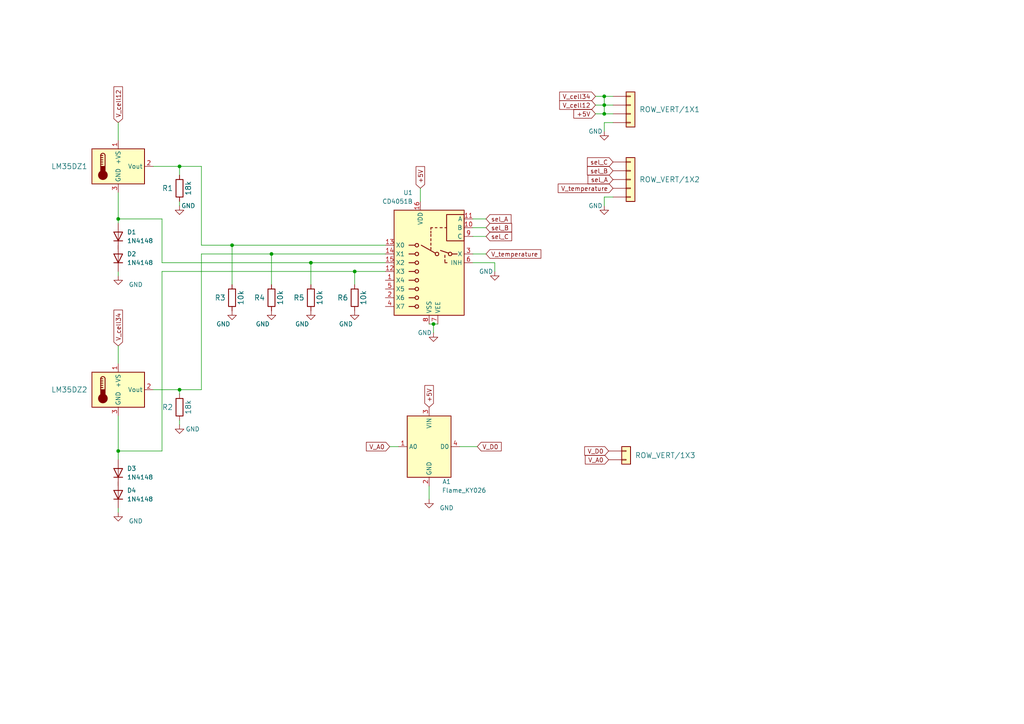
<source format=kicad_sch>
(kicad_sch (version 20230121) (generator eeschema)
  (paper "A4")
  (lib_symbols
    (symbol "Analog_Switch:CD4051B"
      (property "Reference" "U" (at -10.16 16.51 0))
      (property "Value" "CD4051B" (at 3.81 16.51 0))
      (symbol "CD4051B_0_1"
        (rectangle (start -10.16 6.35) (end -5.08 13.97) (stroke (width 0.254)))
        (rectangle (start -10.16 15.24) (end 10.16 -15.24) (stroke (width 0.254)) (fill (type background)))
        (circle (center -6.096 2.54) (radius 0.508) (stroke (width 0.254)))
        (circle (center -2.286 2.54) (radius 0.508) (stroke (width 0.254)))
        (polyline (pts (xy -8.128 2.54) (xy -6.604 2.54)) (stroke (width 0.254)))
        (polyline (pts (xy -5.588 2.794) (xy -3.302 3.556)) (stroke (width 0.254)))
        (polyline (pts (xy -4.572 0) (xy -5.207 0)) (stroke (width 0.254)))
        (polyline (pts (xy -4.572 0.254) (xy -4.572 0.889)) (stroke (width 0.254)))
        (polyline (pts (xy -4.572 1.524) (xy -4.572 2.159)) (stroke (width 0.254)))
        (polyline (pts (xy -4.572 10.16) (xy -5.08 10.16)) (stroke (width 0.254)))
        (polyline (pts (xy -3.81 10.16) (xy -3.175 10.16)) (stroke (width 0.254)))
        (polyline (pts (xy -1.778 2.794) (xy 2.286 5.08)) (stroke (width 0.254)))
        (polyline (pts (xy -1.778 10.16) (xy -2.286 10.16)) (stroke (width 0.254)))
        (polyline (pts (xy -0.508 3.81) (xy -0.508 4.445)) (stroke (width 0.254)))
        (polyline (pts (xy -0.508 5.08) (xy -0.508 5.715)) (stroke (width 0.254)))
        (polyline (pts (xy -0.508 6.35) (xy -0.508 6.985)) (stroke (width 0.254)))
        (polyline (pts (xy -0.508 7.62) (xy -0.508 8.255)) (stroke (width 0.254)))
        (polyline (pts (xy -0.508 8.636) (xy -0.508 9.144)) (stroke (width 0.254)))
        (polyline (pts (xy -0.508 9.652) (xy -0.508 10.16)) (stroke (width 0.254)))
        (polyline (pts (xy -0.508 10.16) (xy -1.016 10.16)) (stroke (width 0.254)))
        (polyline (pts (xy 4.064 -12.7) (xy 5.842 -12.7)) (stroke (width 0.254)))
        (polyline (pts (xy 4.064 -10.16) (xy 5.842 -10.16)) (stroke (width 0.254)))
        (polyline (pts (xy 4.064 -7.62) (xy 5.842 -7.62)) (stroke (width 0.254)))
        (polyline (pts (xy 4.064 -5.08) (xy 5.842 -5.08)) (stroke (width 0.254)))
        (polyline (pts (xy 4.064 -2.54) (xy 5.842 -2.54)) (stroke (width 0.254)))
        (polyline (pts (xy 4.064 0) (xy 5.842 0)) (stroke (width 0.254)))
        (polyline (pts (xy 4.064 2.54) (xy 5.842 2.54)) (stroke (width 0.254)))
        (polyline (pts (xy 4.064 5.08) (xy 5.842 5.08)) (stroke (width 0.254)))
        (circle (center 3.556 -12.7) (radius 0.508) (stroke (width 0.254)))
        (circle (center 3.556 -10.16) (radius 0.508) (stroke (width 0.254)))
        (circle (center 3.556 -7.62) (radius 0.508) (stroke (width 0.254)))
        (circle (center 3.556 -5.08) (radius 0.508) (stroke (width 0.254)))
        (circle (center 3.556 -2.54) (radius 0.508) (stroke (width 0.254)))
        (circle (center 3.556 0) (radius 0.508) (stroke (width 0.254)))
        (circle (center 3.556 2.54) (radius 0.508) (stroke (width 0.254)))
        (circle (center 3.556 5.08) (radius 0.508) (stroke (width 0.254)))
      )
      (symbol "CD4051B_1_1"
        (pin bidirectional line (at 12.7 -5.08 180) (length 2.54) (name "X4") (number "1"))
        (pin input line (at -12.7 10.16 0) (length 2.54) (name "B") (number "10"))
        (pin input line (at -12.7 12.7 0) (length 2.54) (name "A") (number "11"))
        (pin bidirectional line (at 12.7 -2.54 180) (length 2.54) (name "X3") (number "12"))
        (pin bidirectional line (at 12.7 5.08 180) (length 2.54) (name "X0") (number "13"))
        (pin bidirectional line (at 12.7 2.54 180) (length 2.54) (name "X1") (number "14"))
        (pin bidirectional line (at 12.7 0 180) (length 2.54) (name "X2") (number "15"))
        (pin power_in line (at 2.54 17.78 270) (length 2.54) (name "VDD") (number "16"))
        (pin bidirectional line (at 12.7 -10.16 180) (length 2.54) (name "X6") (number "2"))
        (pin bidirectional line (at -12.7 2.54 0) (length 2.54) (name "X") (number "3"))
        (pin bidirectional line (at 12.7 -12.7 180) (length 2.54) (name "X7") (number "4"))
        (pin bidirectional line (at 12.7 -7.62 180) (length 2.54) (name "X5") (number "5"))
        (pin input line (at -12.7 0 0) (length 2.54) (name "INH") (number "6"))
        (pin power_in line (at -2.54 -17.78 90) (length 2.54) (name "VEE") (number "7"))
        (pin power_in line (at 0 -17.78 90) (length 2.54) (name "VSS") (number "8"))
        (pin input line (at -12.7 7.62 0) (length 2.54) (name "C") (number "9"))
      )
    )
    (symbol "Diode:1N4148" (pin_numbers hide) (pin_names hide)
      (property "Reference" "D" (at 0 2.54 0))
      (property "Value" "1N4148" (at 0 -2.54 0))
      (symbol "1N4148_0_1"
        (polyline (pts (xy -1.27 1.27) (xy -1.27 -1.27)) (stroke (width 0.254)))
        (polyline (pts (xy 1.27 0) (xy -1.27 0)))
        (polyline (pts (xy 1.27 1.27) (xy 1.27 -1.27) (xy -1.27 0) (xy 1.27 1.27)) (stroke (width 0.254)))
      )
      (symbol "1N4148_1_1"
        (pin passive line (at -3.81 0 0) (length 2.54) (name "K") (number "1"))
        (pin passive line (at 3.81 0 180) (length 2.54) (name "A") (number "2"))
      )
    )
    (symbol "Flame KY026:Pololu_2098"
      (property "Reference" "A1" (at 5.08 -10.16 0))
      (property "Value" "Flame_KY026" (at 10.16 -12.7 0))
      (symbol "Pololu_2098_1_1"
        (rectangle (start -6.35 8.89) (end 6.35 -8.89) (stroke (width 0.254)) (fill (type background)))
        (pin output line (at -8.89 0 0) (length 2.54) (name "A0") (number "1"))
        (pin power_in line (at 0 -11.43 90) (length 2.54) (name "GND") (number "2"))
        (pin power_in line (at 0 11.43 270) (length 2.54) (name "VIN") (number "3"))
        (pin output line (at 8.89 0 180) (length 2.54) (name "D0") (number "4"))
      )
    )
    (symbol "VAMK_CON:ROW_VERT_1X2" (pin_numbers hide) (pin_names (offset 0) hide)
      (property "Reference" "ROW_VERT/1X2" (at 15.24 5.08 0))
      (symbol "ROW_VERT_1X2_1_1"
        (rectangle (start -1.27 -2.413) (end 0 -2.667) (stroke (width 0.1524)))
        (rectangle (start -1.27 0.127) (end 0 -0.127) (stroke (width 0.1524)))
        (rectangle (start -1.27 1.27) (end 1.27 -3.81) (stroke (width 0.254)) (fill (type background)))
        (pin passive line (at -5.08 0 0) (length 3.81) (name "Pin_1") (number "1"))
        (pin passive line (at -5.08 -2.54 0) (length 3.81) (name "Pin_2") (number "2"))
      )
    )
    (symbol "VAMK_CON:ROW_VERT_1X4" (pin_numbers hide) (pin_names (offset 0) hide)
      (property "Reference" "ROW_VERT/1X4" (at 12.7 5.08 0))
      (symbol "ROW_VERT_1X4_1_1"
        (rectangle (start -1.27 -4.953) (end 0 -5.207) (stroke (width 0.1524)))
        (rectangle (start -1.27 -2.413) (end 0 -2.667) (stroke (width 0.1524)))
        (rectangle (start -1.27 0.127) (end 0 -0.127) (stroke (width 0.1524)))
        (rectangle (start -1.27 2.667) (end 0 2.413) (stroke (width 0.1524)))
        (rectangle (start -1.27 3.81) (end 1.27 -6.35) (stroke (width 0.254)) (fill (type background)))
        (pin passive line (at -5.08 2.54 0) (length 3.81) (name "Pin_1") (number "1"))
        (pin passive line (at -5.08 0 0) (length 3.81) (name "Pin_2") (number "2"))
        (pin passive line (at -5.08 -2.54 0) (length 3.81) (name "Pin_3") (number "3"))
        (pin passive line (at -5.08 -5.08 0) (length 3.81) (name "Pin_4") (number "4"))
      )
    )
    (symbol "VAMK_CON:ROW_VERT_1X5" (pin_numbers hide) (pin_names (offset 0) hide)
      (property "Reference" "ROW_VERT/1X5" (at 12.7 5.08 0))
      (symbol "ROW_VERT_1X5_1_1"
        (rectangle (start -1.27 -4.953) (end 0 -5.207) (stroke (width 0.1524)))
        (rectangle (start -1.27 -2.413) (end 0 -2.667) (stroke (width 0.1524)))
        (rectangle (start -1.27 0.127) (end 0 -0.127) (stroke (width 0.1524)))
        (rectangle (start -1.27 2.667) (end 0 2.413) (stroke (width 0.1524)))
        (rectangle (start -1.27 5.207) (end 0 4.953) (stroke (width 0.1524)))
        (rectangle (start -1.27 6.35) (end 1.27 -6.35) (stroke (width 0.254)) (fill (type background)))
        (pin passive line (at -5.08 5.08 0) (length 3.81) (name "Pin_1") (number "1"))
        (pin passive line (at -5.08 2.54 0) (length 3.81) (name "Pin_2") (number "2"))
        (pin passive line (at -5.08 0 0) (length 3.81) (name "Pin_3") (number "3"))
        (pin passive line (at -5.08 -2.54 0) (length 3.81) (name "Pin_4") (number "4"))
        (pin passive line (at -5.08 -5.08 0) (length 3.81) (name "Pin_5") (number "5"))
      )
    )
    (symbol "VAMK_IC:LM35DZ_TO92"
      (property "Reference" "LM35DZ" (at 25.4 7.62 0))
      (symbol "LM35DZ_TO92_1_1"
        (rectangle (start -7.62 5.08) (end 7.62 -5.08) (stroke (width 0.254)) (fill (type background)))
        (circle (center -4.445 -2.54) (radius 1.27) (stroke (width 0.254)) (fill (type outline)))
        (rectangle (start -3.81 -1.905) (end -5.08 0) (stroke (width 0.254)) (fill (type outline)))
        (arc (start -3.81 3.175) (mid -4.445 3.8073) (end -5.08 3.175) (stroke (width 0.254)))
        (polyline (pts (xy -5.08 0.635) (xy -4.445 0.635)) (stroke (width 0.254)))
        (polyline (pts (xy -5.08 1.27) (xy -4.445 1.27)) (stroke (width 0.254)))
        (polyline (pts (xy -5.08 1.905) (xy -4.445 1.905)) (stroke (width 0.254)))
        (polyline (pts (xy -5.08 2.54) (xy -4.445 2.54)) (stroke (width 0.254)))
        (polyline (pts (xy -5.08 3.175) (xy -5.08 0)) (stroke (width 0.254)))
        (polyline (pts (xy -5.08 3.175) (xy -4.445 3.175)) (stroke (width 0.254)))
        (polyline (pts (xy -3.81 3.175) (xy -3.81 0)) (stroke (width 0.254)))
        (pin power_in line (at 0 7.62 270) (length 2.54) (name "+VS") (number "1"))
        (pin output line (at 10.16 0 180) (length 2.54) (name "Vout") (number "2"))
        (pin power_in line (at 0 -7.62 90) (length 2.54) (name "GND") (number "3"))
      )
    )
    (symbol "VAMK_R:10k" (pin_numbers hide) (pin_names (offset 0) hide)
      (property "Reference" "R" (at 0 0 0))
      (symbol "10k_1_1"
        (rectangle (start 2.54 -1.016) (end -2.54 1.016) (stroke (width 0.254)))
        (pin passive line (at -3.81 0 0) (length 1.27) (name "~") (number "1"))
        (pin passive line (at 3.81 0 180) (length 1.27) (name "~") (number "2"))
      )
    )
    (symbol "VAMK_R:18k" (pin_numbers hide) (pin_names (offset 0) hide)
      (property "Reference" "R" (at 0 0 0))
      (symbol "18k_1_1"
        (rectangle (start 2.54 -1.016) (end -2.54 1.016) (stroke (width 0.254)))
        (pin passive line (at -3.81 0 0) (length 1.27) (name "~") (number "1"))
        (pin passive line (at 3.81 0 180) (length 1.27) (name "~") (number "2"))
      )
    )
    (symbol "power:GND" (power) (pin_names (offset 0))
      (property "Value" "GND" (at 0 -3.81 0))
      (symbol "GND_0_1"
        (polyline (pts (xy 0 0) (xy 0 -1.27) (xy 1.27 -1.27) (xy 0 -2.54) (xy -1.27 -1.27) (xy 0 -1.27)))
      )
      (symbol "GND_1_1"
        (pin power_in line (at 0 0 270) (length 0) hide (name "GND") (number "1"))
      )
    )
  )
  (junction (at 125.73 93.98))
  (junction (at 67.31 71.12))
  (junction (at 175.26 27.94))
  (junction (at 175.26 30.48))
  (junction (at 175.26 33.02))
  (junction (at 78.74 73.66))
  (junction (at 34.29 63.5))
  (junction (at 52.07 113.03))
  (junction (at 90.17 76.2))
  (junction (at 52.07 48.26))
  (junction (at 102.87 78.74))
  (junction (at 34.29 130.81))
  (wire (pts (xy 52.07 58.42) (xy 52.07 59.69)))
  (wire (pts (xy 34.29 63.5) (xy 34.29 64.77)))
  (wire (pts (xy 102.87 78.74) (xy 102.87 82.55)))
  (wire (pts (xy 52.07 121.92) (xy 52.07 123.19)))
  (wire (pts (xy 121.92 58.42) (xy 121.92 54.61)))
  (wire (pts (xy 58.42 73.66) (xy 78.74 73.66)))
  (wire (pts (xy 67.31 71.12) (xy 111.76 71.12)))
  (wire (pts (xy 34.29 63.5) (xy 46.99 63.5)))
  (wire (pts (xy 46.99 130.81) (xy 34.29 130.81)))
  (wire (pts (xy 102.87 78.74) (xy 111.76 78.74)))
  (wire (pts (xy 78.74 73.66) (xy 78.74 82.55)))
  (wire (pts (xy 34.29 120.65) (xy 34.29 130.81)))
  (wire (pts (xy 172.72 27.94) (xy 175.26 27.94)))
  (wire (pts (xy 46.99 78.74) (xy 102.87 78.74)))
  (wire (pts (xy 143.51 76.2) (xy 143.51 78.74)))
  (wire (pts (xy 124.46 140.97) (xy 124.46 144.78)))
  (wire (pts (xy 125.73 93.98) (xy 127 93.98)))
  (wire (pts (xy 175.26 27.94) (xy 175.26 30.48)))
  (wire (pts (xy 113.03 129.54) (xy 115.57 129.54)))
  (wire (pts (xy 58.42 71.12) (xy 67.31 71.12)))
  (wire (pts (xy 52.07 48.26) (xy 58.42 48.26)))
  (wire (pts (xy 52.07 113.03) (xy 58.42 113.03)))
  (wire (pts (xy 34.29 71.12) (xy 34.29 72.39)))
  (wire (pts (xy 137.16 73.66) (xy 140.97 73.66)))
  (wire (pts (xy 34.29 147.32) (xy 34.29 148.59)))
  (wire (pts (xy 133.35 129.54) (xy 138.43 129.54)))
  (wire (pts (xy 58.42 48.26) (xy 58.42 71.12)))
  (wire (pts (xy 46.99 78.74) (xy 46.99 130.81)))
  (wire (pts (xy 175.26 57.15) (xy 177.8 57.15)))
  (wire (pts (xy 46.99 76.2) (xy 90.17 76.2)))
  (wire (pts (xy 124.46 93.98) (xy 125.73 93.98)))
  (wire (pts (xy 52.07 113.03) (xy 52.07 114.3)))
  (wire (pts (xy 137.16 76.2) (xy 143.51 76.2)))
  (wire (pts (xy 90.17 76.2) (xy 90.17 82.55)))
  (wire (pts (xy 175.26 30.48) (xy 175.26 33.02)))
  (wire (pts (xy 175.26 35.56) (xy 177.8 35.56)))
  (wire (pts (xy 125.73 93.98) (xy 125.73 96.52)))
  (wire (pts (xy 46.99 63.5) (xy 46.99 76.2)))
  (wire (pts (xy 34.29 78.74) (xy 34.29 80.01)))
  (wire (pts (xy 175.26 33.02) (xy 177.8 33.02)))
  (wire (pts (xy 90.17 76.2) (xy 111.76 76.2)))
  (wire (pts (xy 172.72 30.48) (xy 175.26 30.48)))
  (wire (pts (xy 137.16 66.04) (xy 140.97 66.04)))
  (wire (pts (xy 175.26 38.1) (xy 175.26 35.56)))
  (wire (pts (xy 44.45 113.03) (xy 52.07 113.03)))
  (wire (pts (xy 137.16 68.58) (xy 140.97 68.58)))
  (wire (pts (xy 34.29 130.81) (xy 34.29 133.35)))
  (wire (pts (xy 34.29 100.33) (xy 34.29 105.41)))
  (wire (pts (xy 175.26 30.48) (xy 177.8 30.48)))
  (wire (pts (xy 137.16 63.5) (xy 140.97 63.5)))
  (wire (pts (xy 52.07 48.26) (xy 52.07 50.8)))
  (wire (pts (xy 34.29 35.56) (xy 34.29 40.64)))
  (wire (pts (xy 34.29 139.7) (xy 34.29 140.97)))
  (wire (pts (xy 78.74 73.66) (xy 111.76 73.66)))
  (wire (pts (xy 34.29 55.88) (xy 34.29 63.5)))
  (wire (pts (xy 172.72 33.02) (xy 175.26 33.02)))
  (wire (pts (xy 58.42 113.03) (xy 58.42 73.66)))
  (wire (pts (xy 175.26 59.69) (xy 175.26 57.15)))
  (wire (pts (xy 175.26 27.94) (xy 177.8 27.94)))
  (wire (pts (xy 44.45 48.26) (xy 52.07 48.26)))
  (wire (pts (xy 67.31 71.12) (xy 67.31 82.55)))
  (global_label "V_cell34" (shape input) (at 172.72 27.94 180) (property "Intersheetrefs" "${INTERSHEET_REFS}" (effects hide)))
  (global_label "sel_C" (shape input) (at 177.8 46.99 180) (property "Intersheetrefs" "${INTERSHEET_REFS}" (effects hide)))
  (global_label "V_cell12" (shape input) (at 34.29 35.56 90) (property "Intersheetrefs" "${INTERSHEET_REFS}" (effects hide)))
  (global_label "sel_B" (shape input) (at 177.8 49.53 180) (property "Intersheetrefs" "${INTERSHEET_REFS}" (effects hide)))
  (global_label "+5V" (shape input) (at 172.72 33.02 180) (property "Intersheetrefs" "${INTERSHEET_REFS}" (effects hide)))
  (global_label "sel_C" (shape input) (at 140.97 68.58 0) (property "Intersheetrefs" "${INTERSHEET_REFS}" (effects hide)))
  (global_label "V_cell12" (shape input) (at 172.72 30.48 180) (property "Intersheetrefs" "${INTERSHEET_REFS}" (effects hide)))
  (global_label "V_temperature" (shape input) (at 140.97 73.66 0) (property "Intersheetrefs" "${INTERSHEET_REFS}" (effects hide)))
  (global_label "V_A0" (shape input) (at 176.53 133.35 180) (property "Intersheetrefs" "${INTERSHEET_REFS}" (effects hide)))
  (global_label "V_D0" (shape input) (at 176.53 130.81 180) (property "Intersheetrefs" "${INTERSHEET_REFS}" (effects hide)))
  (global_label "sel_A" (shape input) (at 140.97 63.5 0) (property "Intersheetrefs" "${INTERSHEET_REFS}" (effects hide)))
  (global_label "V_cell34" (shape input) (at 34.29 100.33 90) (property "Intersheetrefs" "${INTERSHEET_REFS}" (effects hide)))
  (global_label "V_temperature" (shape input) (at 177.8 54.61 180) (property "Intersheetrefs" "${INTERSHEET_REFS}" (effects hide)))
  (global_label "V_D0" (shape input) (at 138.43 129.54 0) (property "Intersheetrefs" "${INTERSHEET_REFS}" (effects hide)))
  (global_label "sel_B" (shape input) (at 140.97 66.04 0) (property "Intersheetrefs" "${INTERSHEET_REFS}" (effects hide)))
  (global_label "+5V" (shape input) (at 121.92 54.61 90) (property "Intersheetrefs" "${INTERSHEET_REFS}" (effects hide)))
  (global_label "sel_A" (shape input) (at 177.8 52.07 180) (property "Intersheetrefs" "${INTERSHEET_REFS}" (effects hide)))
  (global_label "V_A0" (shape input) (at 113.03 129.54 180) (property "Intersheetrefs" "${INTERSHEET_REFS}" (effects hide)))
  (global_label "+5V" (shape input) (at 124.46 118.11 90) (property "Intersheetrefs" "${INTERSHEET_REFS}" (effects hide)))
  (symbol (lib_id "VAMK_R:18k") (at 52.07 118.11 90) (unit 1)
    (property "Reference" "R2" (at 46.99 118.11 90) (effects (font (size 1.524 1.524)) (justify right)))
    (property "Value" "18k" (at 54.61 118.11 0) (effects (font (size 1.524 1.524))))
    (property "Footprint" "VAMK_R:R3_5W" (effects hide))
    (property "Datasheet" "\"\"" (effects hide))
    (property "Storing Location" " 1.9.3.1" (effects hide))
    (property "Tolerance" "+-1%" (effects hide))
    (property "Order Number Elfa" "60-736-96" (effects hide))
    (property "Order Number Farnell" "9465030" (effects hide))
    (property "Blank Field" "none" (effects hide))
  )
  (symbol (lib_id "power:GND") (at 34.29 80.01 0) (unit 1)
    (property "Reference" "#PWR01" (effects hide))
    (property "Value" "GND" (at 39.37 82.55 0))
  )
  (symbol (lib_id "power:GND") (at 52.07 59.69 0) (unit 1)
    (property "Reference" "#PWR03" (effects hide))
    (property "Value" "GND" (at 54.61 59.69 0))
  )
  (symbol (lib_id "VAMK_IC:LM35DZ_TO92") (at 34.29 113.03 0) (unit 1)
    (property "Reference" "LM35DZ2" (at 25.4 113.03 0) (effects (font (size 1.524 1.524)) (justify right)))
    (property "Value" "LM35DZ_TO92" (effects hide))
    (property "Footprint" "VAMK_IC:TO-92" (effects hide))
    (property "Datasheet" "\"\"" (effects hide))
    (property "Storing Location" "3.7.3.1" (effects hide))
    (property "Order Number Elfa" "73-090-57" (effects hide))
  )
  (symbol (lib_id "VAMK_R:10k") (at 90.17 86.36 90) (unit 1)
    (property "Reference" "R5" (at 85.09 86.36 90) (effects (font (size 1.524 1.524)) (justify right)))
    (property "Value" "10k" (at 92.71 86.36 0) (effects (font (size 1.524 1.524))))
    (property "Footprint" "VAMK_R:R3_5W" (effects hide))
    (property "Datasheet" "\"\"" (effects hide))
    (property "Storing Location" " 1.9.1.1" (effects hide))
    (property "Tolerance" "+-1%" (effects hide))
    (property "Order Number Elfa" "60-734-23" (effects hide))
    (property "Order Number Farnell" "9463976" (effects hide))
    (property "Blank Field" "none" (effects hide))
  )
  (symbol (lib_id "Diode:1N4148") (at 34.29 137.16 90) (unit 1)
    (property "Reference" "D3" (at 36.83 135.89 90) (effects (justify right)))
    (property "Value" "1N4148" (at 36.83 138.43 90) (effects (justify right)))
    (property "Footprint" "Diode_THT:D_DO-35_SOD27_P7.62mm_Horizontal" (effects hide))
    (property "Datasheet" "https://assets.nexperia.com/documents/data-sheet/1N4148_1N4448.pdf" (effects hide))
    (property "Sim.Device" "D" (effects hide))
    (property "Sim.Pins" "1=K 2=A" (effects hide))
  )
  (symbol (lib_id "power:GND") (at 52.07 123.19 0) (unit 1)
    (property "Reference" "#PWR04" (effects hide))
    (property "Value" "GND" (at 55.88 124.46 0))
  )
  (symbol (lib_id "VAMK_CON:ROW_VERT_1X4") (at 182.88 30.48 0) (unit 1)
    (property "Reference" "ROW_VERT/1X1" (at 185.42 31.75 0) (effects (font (size 1.524 1.524)) (justify left)))
    (property "Value" "ROW_VERT_1X4" (effects hide))
    (property "Footprint" "VAMK_CON:ROW_VERT_1x4" (effects hide))
    (property "Datasheet" "\"\"" (effects hide))
    (property "Storing Location" "3.10.1.X" (effects hide))
    (property "Order Number Elfa" "43-702-19" (effects hide))
    (property "Order Numer Farnell" "329-1807" (effects hide))
  )
  (symbol (lib_id "power:GND") (at 78.74 90.17 0) (unit 1)
    (property "Reference" "#PWR010" (effects hide))
    (property "Value" "GND" (at 76.2 93.98 0))
  )
  (symbol (lib_id "power:GND") (at 124.46 144.78 0) (unit 1)
    (property "Reference" "#PWR08" (effects hide))
    (property "Value" "GND" (at 129.54 147.32 0))
  )
  (symbol (lib_id "VAMK_IC:LM35DZ_TO92") (at 34.29 48.26 0) (unit 1)
    (property "Reference" "LM35DZ1" (at 25.4 48.26 0) (effects (font (size 1.524 1.524)) (justify right)))
    (property "Value" "LM35DZ_TO92" (effects hide))
    (property "Footprint" "VAMK_IC:TO-92" (effects hide))
    (property "Datasheet" "\"\"" (effects hide))
    (property "Storing Location" "3.7.3.1" (effects hide))
    (property "Order Number Elfa" "73-090-57" (effects hide))
  )
  (symbol (lib_id "power:GND") (at 143.51 78.74 0) (unit 1)
    (property "Reference" "#PWR05" (effects hide))
    (property "Value" "GND" (at 140.97 78.74 0))
  )
  (symbol (lib_id "Diode:1N4148") (at 34.29 143.51 90) (unit 1)
    (property "Reference" "D4" (at 36.83 142.24 90) (effects (justify right)))
    (property "Value" "1N4148" (at 36.83 144.78 90) (effects (justify right)))
    (property "Footprint" "Diode_THT:D_DO-35_SOD27_P7.62mm_Horizontal" (effects hide))
    (property "Datasheet" "https://assets.nexperia.com/documents/data-sheet/1N4148_1N4448.pdf" (effects hide))
    (property "Sim.Device" "D" (effects hide))
    (property "Sim.Pins" "1=K 2=A" (effects hide))
  )
  (symbol (lib_id "power:GND") (at 175.26 38.1 0) (unit 1)
    (property "Reference" "#PWR013" (effects hide))
    (property "Value" "GND" (at 172.72 38.1 0))
  )
  (symbol (lib_id "VAMK_CON:ROW_VERT_1X5") (at 182.88 52.07 0) (unit 1)
    (property "Reference" "ROW_VERT/1X2" (at 185.42 52.07 0) (effects (font (size 1.524 1.524)) (justify left)))
    (property "Value" "ROW_VERT_1X5" (effects hide))
    (property "Footprint" "VAMK_CON:ROW_VERT_1x5" (effects hide))
    (property "Datasheet" "\"\"" (effects hide))
    (property "Storing Location" "3.10.1.X" (effects hide))
    (property "Order Number Elfa" "43-702-19" (effects hide))
    (property "Order Numer Farnell" "329-1807" (effects hide))
  )
  (symbol (lib_id "power:GND") (at 175.26 59.69 0) (unit 1)
    (property "Reference" "#PWR02" (effects hide))
    (property "Value" "GND" (at 172.72 59.69 0))
  )
  (symbol (lib_id "power:GND") (at 125.73 96.52 0) (unit 1)
    (property "Reference" "#PWR07" (effects hide))
    (property "Value" "GND" (at 123.19 96.52 0))
  )
  (symbol (lib_id "VAMK_CON:ROW_VERT_1X2") (at 181.61 130.81 0) (unit 1)
    (property "Reference" "ROW_VERT/1X3" (at 184.15 132.08 0) (effects (font (size 1.524 1.524)) (justify left)))
    (property "Value" "ROW_VERT_1X2" (effects hide))
    (property "Footprint" "VAMK_CON:ROW_VERT_1x2" (effects hide))
    (property "Datasheet" "\"\"" (effects hide))
    (property "Storing Location" "3.10.1.X" (effects hide))
    (property "Order Number Elfa" "43-702-19" (effects hide))
    (property "Order Numer Farnell" "329-1807" (effects hide))
  )
  (symbol (lib_id "Analog_Switch:CD4051B") (at 124.46 76.2 0) (mirror y) (unit 1)
    (property "Reference" "U1" (at 119.7259 55.88 0) (effects (justify left)))
    (property "Value" "CD4051B" (at 119.7259 58.42 0) (effects (justify left)))
    (property "Footprint" "CD4051BE:DIP794W45P254L1969H508Q16" (effects hide))
    (property "Datasheet" "http://www.ti.com/lit/ds/symlink/cd4052b.pdf" (effects hide))
  )
  (symbol (lib_id "power:GND") (at 90.17 90.17 0) (unit 1)
    (property "Reference" "#PWR011" (effects hide))
    (property "Value" "GND" (at 87.63 93.98 0))
  )
  (symbol (lib_id "VAMK_R:10k") (at 102.87 86.36 90) (unit 1)
    (property "Reference" "R6" (at 97.79 86.36 90) (effects (font (size 1.524 1.524)) (justify right)))
    (property "Value" "10k" (at 105.41 86.36 0) (effects (font (size 1.524 1.524))))
    (property "Footprint" "VAMK_R:R3_5W" (effects hide))
    (property "Datasheet" "\"\"" (effects hide))
    (property "Storing Location" " 1.9.1.1" (effects hide))
    (property "Tolerance" "+-1%" (effects hide))
    (property "Order Number Elfa" "60-734-23" (effects hide))
    (property "Order Number Farnell" "9463976" (effects hide))
    (property "Blank Field" "none" (effects hide))
  )
  (symbol (lib_id "Diode:1N4148") (at 34.29 74.93 90) (unit 1)
    (property "Reference" "D2" (at 36.83 73.66 90) (effects (justify right)))
    (property "Value" "1N4148" (at 36.83 76.2 90) (effects (justify right)))
    (property "Footprint" "Diode_THT:D_DO-35_SOD27_P7.62mm_Horizontal" (effects hide))
    (property "Datasheet" "https://assets.nexperia.com/documents/data-sheet/1N4148_1N4448.pdf" (effects hide))
    (property "Sim.Device" "D" (effects hide))
    (property "Sim.Pins" "1=K 2=A" (effects hide))
  )
  (symbol (lib_id "Flame KY026:Pololu_2098") (at 124.46 129.54 0) (unit 1)
    (property "Reference" "A1" (at 129.54 139.7 0))
    (property "Value" "Flame_KY026" (at 134.62 142.24 0))
    (property "Footprint" "KY026:KY026" (effects hide))
  )
  (symbol (lib_id "power:GND") (at 102.87 90.17 0) (unit 1)
    (property "Reference" "#PWR012" (effects hide))
    (property "Value" "GND" (at 100.33 93.98 0))
  )
  (symbol (lib_id "VAMK_R:18k") (at 52.07 54.61 90) (unit 1)
    (property "Reference" "R1" (at 46.99 54.61 90) (effects (font (size 1.524 1.524)) (justify right)))
    (property "Value" "18k" (at 54.61 54.61 0) (effects (font (size 1.524 1.524))))
    (property "Footprint" "VAMK_R:R3_5W" (effects hide))
    (property "Datasheet" "\"\"" (effects hide))
    (property "Storing Location" " 1.9.3.1" (effects hide))
    (property "Tolerance" "+-1%" (effects hide))
    (property "Order Number Elfa" "60-736-96" (effects hide))
    (property "Order Number Farnell" "9465030" (effects hide))
    (property "Blank Field" "none" (effects hide))
  )
  (symbol (lib_id "power:GND") (at 67.31 90.17 0) (unit 1)
    (property "Reference" "#PWR09" (effects hide))
    (property "Value" "GND" (at 64.77 93.98 0))
  )
  (symbol (lib_id "power:GND") (at 34.29 148.59 0) (unit 1)
    (property "Reference" "#PWR014" (effects hide))
    (property "Value" "GND" (at 39.37 151.13 0))
  )
  (symbol (lib_id "Diode:1N4148") (at 34.29 68.58 90) (unit 1)
    (property "Reference" "D1" (at 36.83 67.31 90) (effects (justify right)))
    (property "Value" "1N4148" (at 36.83 69.85 90) (effects (justify right)))
    (property "Footprint" "Diode_THT:D_DO-35_SOD27_P7.62mm_Horizontal" (effects hide))
    (property "Datasheet" "https://assets.nexperia.com/documents/data-sheet/1N4148_1N4448.pdf" (effects hide))
    (property "Sim.Device" "D" (effects hide))
    (property "Sim.Pins" "1=K 2=A" (effects hide))
  )
  (symbol (lib_id "VAMK_R:10k") (at 78.74 86.36 90) (unit 1)
    (property "Reference" "R4" (at 73.66 86.36 90) (effects (font (size 1.524 1.524)) (justify right)))
    (property "Value" "10k" (at 81.28 86.36 0) (effects (font (size 1.524 1.524))))
    (property "Footprint" "VAMK_R:R3_5W" (effects hide))
    (property "Datasheet" "\"\"" (effects hide))
    (property "Storing Location" " 1.9.1.1" (effects hide))
    (property "Tolerance" "+-1%" (effects hide))
    (property "Order Number Elfa" "60-734-23" (effects hide))
    (property "Order Number Farnell" "9463976" (effects hide))
    (property "Blank Field" "none" (effects hide))
  )
  (symbol (lib_id "VAMK_R:10k") (at 67.31 86.36 90) (unit 1)
    (property "Reference" "R3" (at 62.23 86.36 90) (effects (font (size 1.524 1.524)) (justify right)))
    (property "Value" "10k" (at 69.85 86.36 0) (effects (font (size 1.524 1.524))))
    (property "Footprint" "VAMK_R:R3_5W" (effects hide))
    (property "Datasheet" "\"\"" (effects hide))
    (property "Storing Location" " 1.9.1.1" (effects hide))
    (property "Tolerance" "+-1%" (effects hide))
    (property "Order Number Elfa" "60-734-23" (effects hide))
    (property "Order Number Farnell" "9463976" (effects hide))
    (property "Blank Field" "none" (effects hide))
  )
)
</source>
